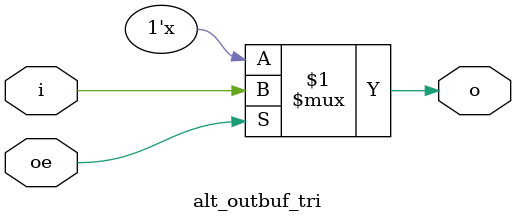
<source format=v>
module alt_outbuf_tri (i, oe, o);
    input i;
    input oe;
    output o;
    parameter io_standard = "NONE";
    parameter current_strength = "NONE";
    parameter current_strength_new = "NONE";
    parameter slew_rate = -1;
    parameter slow_slew_rate = "NONE";
    parameter location = "NONE";
    parameter enable_bus_hold = "NONE";
    parameter weak_pull_up_resistor = "NONE"; 
    parameter termination = "NONE"; 
    parameter lpm_type = "alt_outbuf_tri";
    bufif1 (o, i, oe);
endmodule
</source>
